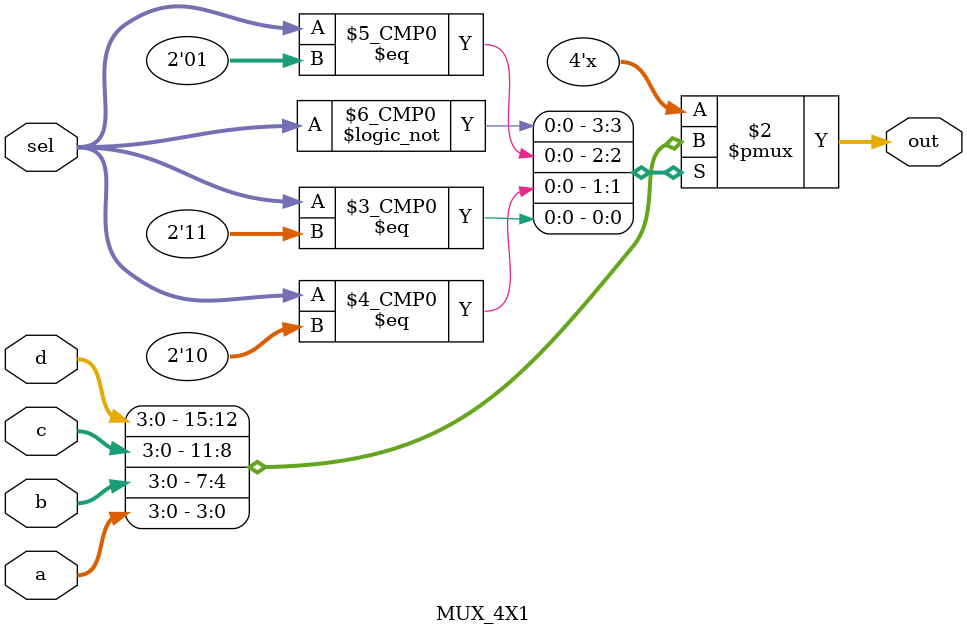
<source format=v>
`timescale 1ns / 1ps


module MUX_4X1(input [3:0]a, input [3:0]b, input [3:0]c, input [3:0]d,input [1:0]sel, output reg[3:0] out);
always@(*)
begin
    case(sel)
        2'd0:out = d;
        2'd1:out = c;
        2'd2: out = b;
        2'd3:out = a;
    endcase
end
endmodule

    
</source>
